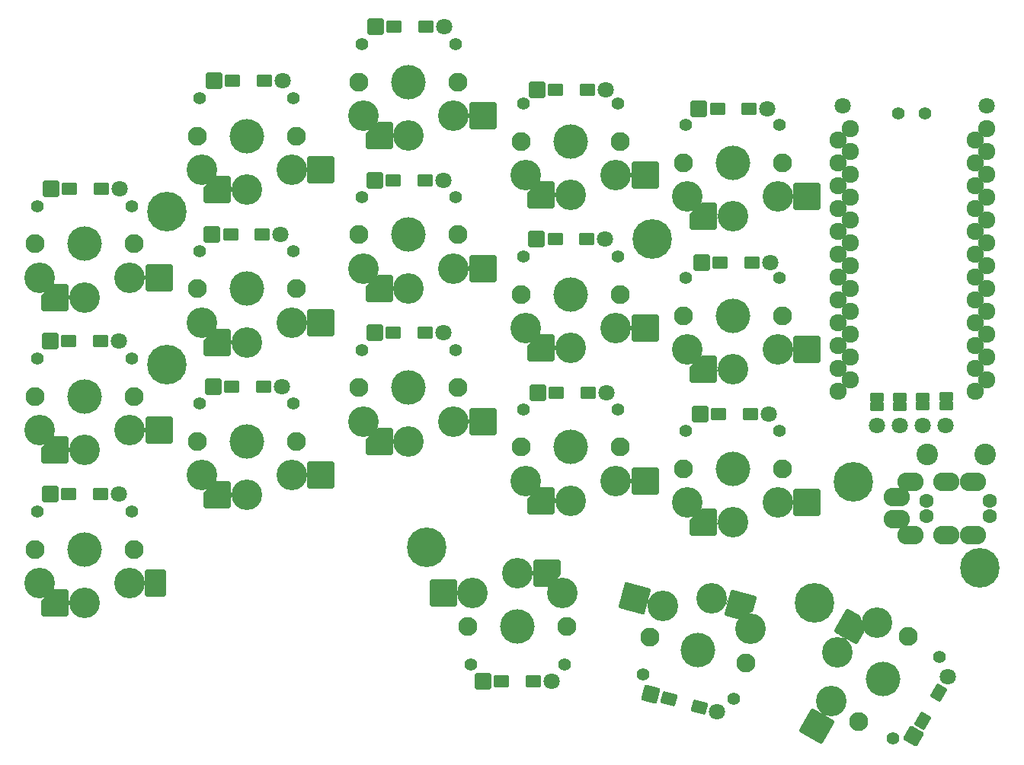
<source format=gts>
G04 #@! TF.GenerationSoftware,KiCad,Pcbnew,(6.0.10)*
G04 #@! TF.CreationDate,2023-01-07T12:45:19+01:00*
G04 #@! TF.ProjectId,chocofi,63686f63-6f66-4692-9e6b-696361645f70,2.1*
G04 #@! TF.SameCoordinates,Original*
G04 #@! TF.FileFunction,Soldermask,Top*
G04 #@! TF.FilePolarity,Negative*
%FSLAX46Y46*%
G04 Gerber Fmt 4.6, Leading zero omitted, Abs format (unit mm)*
G04 Created by KiCad (PCBNEW (6.0.10)) date 2023-01-07 12:45:19*
%MOMM*%
%LPD*%
G01*
G04 APERTURE LIST*
G04 Aperture macros list*
%AMRoundRect*
0 Rectangle with rounded corners*
0 $1 Rounding radius*
0 $2 $3 $4 $5 $6 $7 $8 $9 X,Y pos of 4 corners*
0 Add a 4 corners polygon primitive as box body*
4,1,4,$2,$3,$4,$5,$6,$7,$8,$9,$2,$3,0*
0 Add four circle primitives for the rounded corners*
1,1,$1+$1,$2,$3*
1,1,$1+$1,$4,$5*
1,1,$1+$1,$6,$7*
1,1,$1+$1,$8,$9*
0 Add four rect primitives between the rounded corners*
20,1,$1+$1,$2,$3,$4,$5,0*
20,1,$1+$1,$4,$5,$6,$7,0*
20,1,$1+$1,$6,$7,$8,$9,0*
20,1,$1+$1,$8,$9,$2,$3,0*%
%AMFreePoly0*
4,1,22,1.386777,1.480194,1.456366,1.424698,1.494986,1.344504,1.500000,1.300000,1.500000,-1.300000,1.480194,-1.386777,1.424698,-1.456366,1.344504,-1.494986,1.300000,-1.500000,-1.300000,-1.500000,-1.386777,-1.480194,-1.456366,-1.424698,-1.494986,-1.344504,-1.500000,-1.300000,-1.500000,0.130000,-1.480194,0.216777,-1.441421,0.271421,-0.271421,1.441421,-0.196056,1.488777,-0.130000,1.500000,
1.300000,1.500000,1.386777,1.480194,1.386777,1.480194,$1*%
G04 Aperture macros list end*
%ADD10C,1.797000*%
%ADD11C,1.400000*%
%ADD12RoundRect,0.200000X-0.698500X-0.698500X0.698500X-0.698500X0.698500X0.698500X-0.698500X0.698500X0*%
%ADD13RoundRect,0.200000X-0.650000X-0.475000X0.650000X-0.475000X0.650000X0.475000X-0.650000X0.475000X0*%
%ADD14RoundRect,0.200000X-0.750791X-0.290582X0.504913X-0.627047X0.750791X0.290582X-0.504913X0.627047X0*%
%ADD15RoundRect,0.200000X-0.855484X-0.493914X0.493914X-0.855484X0.855484X0.493914X-0.493914X0.855484X0*%
%ADD16RoundRect,0.200000X0.255669X-0.954169X0.954169X0.255669X-0.255669X0.954169X-0.954169X-0.255669X0*%
%ADD17RoundRect,0.200000X0.086362X-0.800417X0.736362X0.325417X-0.086362X0.800417X-0.736362X-0.325417X0*%
%ADD18C,1.600000*%
%ADD19O,2.900000X2.100000*%
%ADD20C,2.101800*%
%ADD21C,3.829000*%
%ADD22C,3.400000*%
%ADD23C,1.390600*%
%ADD24FreePoly0,0.000000*%
%ADD25RoundRect,0.200000X-1.300000X-1.300000X1.300000X-1.300000X1.300000X1.300000X-1.300000X1.300000X0*%
%ADD26RoundRect,0.200000X-0.950000X-1.300000X0.950000X-1.300000X0.950000X1.300000X-0.950000X1.300000X0*%
%ADD27FreePoly0,180.000000*%
%ADD28RoundRect,0.200000X1.300000X1.300000X-1.300000X1.300000X-1.300000X-1.300000X1.300000X-1.300000X0*%
%ADD29FreePoly0,165.000000*%
%ADD30RoundRect,0.200000X1.592168X0.919239X-0.919239X1.592168X-1.592168X-0.919239X0.919239X-1.592168X0*%
%ADD31FreePoly0,240.000000*%
%ADD32RoundRect,0.200000X-0.475833X1.775833X-1.775833X-0.475833X0.475833X-1.775833X1.775833X0.475833X0*%
%ADD33C,1.924000*%
%ADD34RoundRect,0.200000X-0.571500X0.317500X-0.571500X-0.317500X0.571500X-0.317500X0.571500X0.317500X0*%
%ADD35C,2.400000*%
%ADD36C,4.400000*%
G04 APERTURE END LIST*
D10*
X170180000Y-55060400D03*
X186130000Y-55060400D03*
D11*
X179300000Y-55880000D03*
X176300000Y-55880000D03*
D12*
X82194400Y-64312800D03*
D13*
X84229400Y-64312800D03*
D10*
X89814400Y-64312800D03*
D13*
X87779400Y-64312800D03*
D12*
X100279200Y-52273200D03*
D13*
X102314200Y-52273200D03*
X105864200Y-52273200D03*
D10*
X107899200Y-52273200D03*
D12*
X118262400Y-46228000D03*
D13*
X120297400Y-46228000D03*
D10*
X125882400Y-46228000D03*
D13*
X123847400Y-46228000D03*
X138229800Y-53289200D03*
D12*
X136194800Y-53289200D03*
D10*
X143814800Y-53289200D03*
D13*
X141779800Y-53289200D03*
X156213000Y-55422800D03*
D12*
X154178000Y-55422800D03*
D13*
X159763000Y-55422800D03*
D10*
X161798000Y-55422800D03*
D12*
X82092800Y-81229200D03*
D13*
X84127800Y-81229200D03*
D10*
X89712800Y-81229200D03*
D13*
X87677800Y-81229200D03*
D12*
X100076000Y-69342000D03*
D13*
X102111000Y-69342000D03*
D10*
X107696000Y-69342000D03*
D13*
X105661000Y-69342000D03*
D12*
X118160800Y-63347600D03*
D13*
X120195800Y-63347600D03*
X123745800Y-63347600D03*
D10*
X125780800Y-63347600D03*
D12*
X136144000Y-69900800D03*
D13*
X138179000Y-69900800D03*
D10*
X143764000Y-69900800D03*
D13*
X141729000Y-69900800D03*
D12*
X154482800Y-72491600D03*
D13*
X156517800Y-72491600D03*
D10*
X162102800Y-72491600D03*
D13*
X160067800Y-72491600D03*
D12*
X82092800Y-98247200D03*
D13*
X84127800Y-98247200D03*
D10*
X89712800Y-98247200D03*
D13*
X87677800Y-98247200D03*
D12*
X100177600Y-86309200D03*
D13*
X102212600Y-86309200D03*
X105762600Y-86309200D03*
D10*
X107797600Y-86309200D03*
D13*
X120195800Y-80314800D03*
D12*
X118160800Y-80314800D03*
D13*
X123745800Y-80314800D03*
D10*
X125780800Y-80314800D03*
D12*
X136245600Y-86969600D03*
D13*
X138280600Y-86969600D03*
X141830600Y-86969600D03*
D10*
X143865600Y-86969600D03*
D13*
X156314600Y-89357200D03*
D12*
X154279600Y-89357200D03*
D10*
X161899600Y-89357200D03*
D13*
X159864600Y-89357200D03*
D12*
X130149600Y-119075200D03*
D13*
X132184600Y-119075200D03*
X135734600Y-119075200D03*
D10*
X137769600Y-119075200D03*
D14*
X150799764Y-121001192D03*
D15*
X148834105Y-120474495D03*
D10*
X156194459Y-122446697D03*
D14*
X154228800Y-121920000D03*
D16*
X178053166Y-125194992D03*
D17*
X179070666Y-123432630D03*
X180845666Y-120358240D03*
D10*
X181863166Y-118595878D03*
D18*
X186460000Y-98961000D03*
X179460000Y-98961000D03*
X186460000Y-100711000D03*
X179460000Y-100711000D03*
D19*
X176160000Y-101061000D03*
X176160000Y-98611000D03*
X184660000Y-102811000D03*
X184660000Y-96861000D03*
X181660000Y-96861000D03*
X181660000Y-102811000D03*
X177660000Y-96861000D03*
X177660000Y-102811000D03*
D20*
X91410000Y-70400000D03*
D21*
X85910000Y-70400000D03*
D22*
X80910000Y-74150000D03*
D23*
X91130000Y-66200000D03*
D22*
X85910000Y-76350000D03*
D23*
X80690000Y-66200000D03*
D20*
X80410000Y-70400000D03*
D22*
X90910000Y-74150000D03*
D24*
X82635000Y-76350000D03*
D25*
X94185000Y-74150000D03*
D23*
X98690000Y-54200000D03*
D20*
X109410000Y-58400000D03*
D22*
X103910000Y-64350000D03*
D23*
X109130000Y-54200000D03*
D22*
X98910000Y-62150000D03*
D21*
X103910000Y-58400000D03*
D22*
X108910000Y-62150000D03*
D20*
X98410000Y-58400000D03*
D24*
X100635000Y-64350000D03*
D25*
X112185000Y-62150000D03*
D21*
X121910000Y-52400000D03*
D20*
X116410000Y-52400000D03*
D23*
X127130000Y-48200000D03*
D22*
X121910000Y-58350000D03*
X116910000Y-56150000D03*
D23*
X116690000Y-48200000D03*
D20*
X127410000Y-52400000D03*
D22*
X126910000Y-56150000D03*
D24*
X118635000Y-58350000D03*
D25*
X130185000Y-56150000D03*
D20*
X145410000Y-59020000D03*
D22*
X134910000Y-62770000D03*
X139910000Y-64970000D03*
D23*
X134690000Y-54820000D03*
D21*
X139910000Y-59020000D03*
D23*
X145130000Y-54820000D03*
D20*
X134410000Y-59020000D03*
D22*
X144910000Y-62770000D03*
D24*
X136635000Y-64970000D03*
D25*
X148185000Y-62770000D03*
D22*
X152910000Y-65150000D03*
X157910000Y-67350000D03*
D23*
X152690000Y-57200000D03*
D21*
X157910000Y-61400000D03*
D20*
X152410000Y-61400000D03*
X163410000Y-61400000D03*
D22*
X162910000Y-65150000D03*
D23*
X163130000Y-57200000D03*
D24*
X154635000Y-67350000D03*
D25*
X166185000Y-65150000D03*
D22*
X90910000Y-91150000D03*
D20*
X91410000Y-87400000D03*
X80410000Y-87400000D03*
D22*
X80910000Y-91150000D03*
D23*
X80690000Y-83200000D03*
D22*
X85910000Y-93350000D03*
D23*
X91130000Y-83200000D03*
D21*
X85910000Y-87400000D03*
D24*
X82635000Y-93350000D03*
D25*
X94185000Y-91150000D03*
D20*
X98410000Y-75400000D03*
D23*
X109130000Y-71200000D03*
D21*
X103910000Y-75400000D03*
D20*
X109410000Y-75400000D03*
D22*
X108910000Y-79150000D03*
X98910000Y-79150000D03*
X103910000Y-81350000D03*
D23*
X98690000Y-71200000D03*
D24*
X100635000Y-81350000D03*
D25*
X112185000Y-79150000D03*
D22*
X121910000Y-75350000D03*
D20*
X116410000Y-69400000D03*
D23*
X127130000Y-65200000D03*
D20*
X127410000Y-69400000D03*
D23*
X116690000Y-65200000D03*
D21*
X121910000Y-69400000D03*
D22*
X116910000Y-73150000D03*
X126910000Y-73150000D03*
D24*
X118635000Y-75350000D03*
D25*
X130185000Y-73150000D03*
D22*
X134910000Y-79770000D03*
D23*
X134690000Y-71820000D03*
D22*
X144910000Y-79770000D03*
X139910000Y-81970000D03*
D20*
X134410000Y-76020000D03*
D21*
X139910000Y-76020000D03*
D20*
X145410000Y-76020000D03*
D23*
X145130000Y-71820000D03*
D24*
X136635000Y-81970000D03*
D25*
X148185000Y-79770000D03*
D20*
X163410000Y-78400000D03*
D22*
X162910000Y-82150000D03*
D20*
X152410000Y-78400000D03*
D23*
X152690000Y-74200000D03*
X163130000Y-74200000D03*
D22*
X157910000Y-84350000D03*
D21*
X157910000Y-78400000D03*
D22*
X152910000Y-82150000D03*
D24*
X154635000Y-84350000D03*
D25*
X166185000Y-82150000D03*
D23*
X91130000Y-100200000D03*
X80690000Y-100200000D03*
D22*
X90910000Y-108150000D03*
D20*
X91410000Y-104400000D03*
X80410000Y-104400000D03*
D21*
X85910000Y-104400000D03*
D22*
X80910000Y-108150000D03*
X85910000Y-110350000D03*
D24*
X82635000Y-110350000D03*
D26*
X93810000Y-108150000D03*
D22*
X103910000Y-98350000D03*
X98910000Y-96150000D03*
D23*
X98690000Y-88200000D03*
D20*
X109410000Y-92400000D03*
D22*
X108910000Y-96150000D03*
D20*
X98410000Y-92400000D03*
D23*
X109130000Y-88200000D03*
D21*
X103910000Y-92400000D03*
D24*
X100635000Y-98350000D03*
D25*
X112185000Y-96150000D03*
D21*
X121910000Y-86400000D03*
D22*
X116910000Y-90150000D03*
D23*
X116690000Y-82200000D03*
D22*
X126910000Y-90150000D03*
D20*
X127410000Y-86400000D03*
D23*
X127130000Y-82200000D03*
D20*
X116410000Y-86400000D03*
D22*
X121910000Y-92350000D03*
D24*
X118635000Y-92350000D03*
D25*
X130185000Y-90150000D03*
D23*
X145130000Y-88825000D03*
X134690000Y-88825000D03*
D20*
X134410000Y-93025000D03*
D22*
X139910000Y-98975000D03*
D20*
X145410000Y-93025000D03*
D22*
X134910000Y-96775000D03*
D21*
X139910000Y-93025000D03*
D22*
X144910000Y-96775000D03*
D24*
X136635000Y-98975000D03*
D25*
X148185000Y-96775000D03*
D22*
X157910000Y-101350000D03*
D21*
X157910000Y-95400000D03*
D20*
X163410000Y-95400000D03*
D22*
X152910000Y-99150000D03*
D23*
X152690000Y-91200000D03*
D22*
X162910000Y-99150000D03*
D20*
X152410000Y-95400000D03*
D23*
X163130000Y-91200000D03*
D24*
X154635000Y-101350000D03*
D25*
X166185000Y-99150000D03*
D23*
X139230000Y-117190000D03*
D22*
X134010000Y-107040000D03*
D20*
X128510000Y-112990000D03*
D22*
X139010000Y-109240000D03*
D21*
X134010000Y-112990000D03*
D20*
X139510000Y-112990000D03*
D22*
X129010000Y-109240000D03*
D23*
X128790000Y-117190000D03*
D27*
X137285000Y-107040000D03*
D28*
X125735000Y-109240000D03*
D23*
X158015093Y-120987924D03*
D22*
X155599973Y-109832741D03*
X150200942Y-110663683D03*
D21*
X154060000Y-115580000D03*
D22*
X159860201Y-113251873D03*
D20*
X148747408Y-114156495D03*
D23*
X147930827Y-118285853D03*
D20*
X159372592Y-117003505D03*
D29*
X158763380Y-110680374D03*
D30*
X147037535Y-109816051D03*
D22*
X173912405Y-112584873D03*
X169507149Y-115815000D03*
D23*
X180907307Y-116369347D03*
D20*
X171910000Y-123553140D03*
X177410000Y-114026860D03*
D22*
X168912405Y-121245127D03*
D21*
X174660000Y-118790000D03*
D23*
X175687307Y-125410653D03*
D31*
X171144649Y-112978767D03*
D32*
X167274905Y-124081360D03*
D33*
X169620000Y-58870400D03*
X186166400Y-57600400D03*
X186166400Y-60140400D03*
X169620000Y-61410400D03*
X186166400Y-62680400D03*
X169620000Y-63950400D03*
X186166400Y-65220400D03*
X169620000Y-66490400D03*
X169620000Y-69030400D03*
X186166400Y-67760400D03*
X169620000Y-71570400D03*
X186166400Y-70300400D03*
X169620000Y-74110400D03*
X186166400Y-72840400D03*
X169620000Y-76650400D03*
X186166400Y-75380400D03*
X186166400Y-77920400D03*
X169620000Y-79190400D03*
X186166400Y-80460400D03*
X169620000Y-81730400D03*
X186166400Y-83000400D03*
X169620000Y-84270400D03*
X186166400Y-85540400D03*
X169620000Y-86810400D03*
X170946400Y-85540400D03*
X184860000Y-86810400D03*
X170946400Y-83000400D03*
X184860000Y-84270400D03*
X184860000Y-81730400D03*
X170946400Y-80460400D03*
X184860000Y-79190400D03*
X170946400Y-77920400D03*
X184860000Y-76650400D03*
X170946400Y-75380400D03*
X184860000Y-74110400D03*
X170946400Y-72840400D03*
X184860000Y-71570400D03*
X170946400Y-70300400D03*
X170946400Y-67760400D03*
X184860000Y-69030400D03*
X184860000Y-66490400D03*
X170946400Y-65220400D03*
X184860000Y-63950400D03*
X170946400Y-62680400D03*
X170946400Y-60140400D03*
X184860000Y-61410400D03*
X184860000Y-58870400D03*
X170946400Y-57600400D03*
D34*
X179070000Y-87448020D03*
X179070000Y-88448780D03*
D10*
X173930000Y-90608400D03*
X176470000Y-90608400D03*
X179010000Y-90608400D03*
X181550000Y-90608400D03*
D34*
X176470000Y-87468020D03*
X176470000Y-88468780D03*
X173930000Y-87498020D03*
X173930000Y-88498780D03*
X181640000Y-87438420D03*
X181640000Y-88439180D03*
D35*
X186003000Y-93853000D03*
X179503000Y-93853000D03*
D36*
X171323000Y-96901000D03*
X185420000Y-106426000D03*
X95000000Y-66802000D03*
X148971000Y-69850000D03*
X123952000Y-104140000D03*
X167005000Y-110363000D03*
X95000000Y-83820000D03*
G36*
X167783426Y-122640594D02*
G01*
X167820150Y-122645429D01*
X167849195Y-122623141D01*
X167853982Y-122586782D01*
X167835918Y-122560375D01*
X167835766Y-122558381D01*
X167837416Y-122557252D01*
X167838752Y-122557633D01*
X168012607Y-122685110D01*
X168235333Y-122802291D01*
X168300968Y-122825211D01*
X168302274Y-122826726D01*
X168301615Y-122828614D01*
X168300422Y-122829096D01*
X168263401Y-122831198D01*
X168239024Y-122858512D01*
X168241105Y-122895171D01*
X168260446Y-122916001D01*
X169147471Y-123428125D01*
X169147720Y-123428295D01*
X169147725Y-123428299D01*
X169148453Y-123430162D01*
X169147204Y-123431724D01*
X169145476Y-123431593D01*
X167370439Y-122406775D01*
X167369439Y-122405043D01*
X167370439Y-122403311D01*
X167372439Y-122403311D01*
X167783426Y-122640594D01*
G37*
G36*
X169274078Y-113628534D02*
G01*
X171068883Y-114664765D01*
X171069883Y-114666497D01*
X171068883Y-114668229D01*
X171066883Y-114668229D01*
X170643775Y-114423948D01*
X170607051Y-114419113D01*
X170578006Y-114441401D01*
X170573210Y-114477829D01*
X170586632Y-114500277D01*
X170586662Y-114502276D01*
X170584946Y-114503303D01*
X170583545Y-114502760D01*
X170575731Y-114495410D01*
X170368950Y-114351960D01*
X170143228Y-114240646D01*
X170111453Y-114230475D01*
X170110109Y-114228994D01*
X170110718Y-114227090D01*
X170111897Y-114226577D01*
X170148849Y-114223507D01*
X170172504Y-114195565D01*
X170169462Y-114158958D01*
X170150696Y-114139269D01*
X169272083Y-113632002D01*
X169271834Y-113631832D01*
X169271829Y-113631828D01*
X169271101Y-113629965D01*
X169272350Y-113628403D01*
X169274078Y-113628534D01*
G37*
G36*
X84136848Y-110061130D02*
G01*
X84151174Y-110095717D01*
X84184998Y-110109727D01*
X84218876Y-110095695D01*
X84232764Y-110066412D01*
X84234410Y-110065276D01*
X84236217Y-110066133D01*
X84236561Y-110067469D01*
X84212588Y-110305550D01*
X84224663Y-110556933D01*
X84235800Y-110612923D01*
X84235157Y-110614817D01*
X84233195Y-110615207D01*
X84232175Y-110614424D01*
X84211575Y-110583592D01*
X84175667Y-110576450D01*
X84145132Y-110596852D01*
X84136914Y-110623946D01*
X84135454Y-110625313D01*
X84133540Y-110624732D01*
X84133000Y-110623365D01*
X84133000Y-110061895D01*
X84134000Y-110060163D01*
X84136000Y-110060163D01*
X84136848Y-110061130D01*
G37*
G36*
X157392024Y-110006652D02*
G01*
X157392542Y-110008584D01*
X157247805Y-110548751D01*
X157246391Y-110550165D01*
X157244459Y-110549647D01*
X157243890Y-110548494D01*
X157239003Y-110511375D01*
X157209958Y-110489088D01*
X157173568Y-110493879D01*
X157153774Y-110515766D01*
X157151871Y-110516379D01*
X157150388Y-110515038D01*
X157150467Y-110513603D01*
X157195566Y-110413488D01*
X157263880Y-110171265D01*
X157283690Y-110015541D01*
X157284901Y-110013949D01*
X157286885Y-110014201D01*
X157287604Y-110015267D01*
X157297357Y-110051042D01*
X157329141Y-110069207D01*
X157364539Y-110059557D01*
X157381627Y-110033863D01*
X157388678Y-110007548D01*
X157390092Y-110006134D01*
X157392024Y-110006652D01*
G37*
G36*
X148556821Y-109945416D02*
G01*
X148557390Y-109946569D01*
X148562277Y-109983688D01*
X148591322Y-110005975D01*
X148627697Y-110001186D01*
X148648026Y-109978107D01*
X148649921Y-109977468D01*
X148651422Y-109978790D01*
X148651371Y-109980202D01*
X148590693Y-110124901D01*
X148528744Y-110368826D01*
X148517733Y-110478179D01*
X148516564Y-110479803D01*
X148514574Y-110479602D01*
X148513828Y-110478555D01*
X148503142Y-110443046D01*
X148470890Y-110425718D01*
X148435745Y-110436295D01*
X148419485Y-110461455D01*
X148417705Y-110462366D01*
X148416025Y-110461281D01*
X148415873Y-110459851D01*
X148553475Y-109946312D01*
X148554889Y-109944898D01*
X148556821Y-109945416D01*
G37*
G36*
X127236848Y-108951130D02*
G01*
X127251174Y-108985717D01*
X127284998Y-108999727D01*
X127318876Y-108985695D01*
X127332764Y-108956412D01*
X127334410Y-108955276D01*
X127336217Y-108956133D01*
X127336561Y-108957469D01*
X127312588Y-109195550D01*
X127324663Y-109446933D01*
X127335800Y-109502923D01*
X127335157Y-109504817D01*
X127333195Y-109505207D01*
X127332175Y-109504424D01*
X127311575Y-109473592D01*
X127275667Y-109466450D01*
X127245132Y-109486852D01*
X127236914Y-109513946D01*
X127235454Y-109515313D01*
X127233540Y-109514732D01*
X127233000Y-109513365D01*
X127233000Y-108951895D01*
X127234000Y-108950163D01*
X127236000Y-108950163D01*
X127236848Y-108951130D01*
G37*
G36*
X92661442Y-107753941D02*
G01*
X92662000Y-107755327D01*
X92662000Y-108551601D01*
X92661000Y-108553333D01*
X92659000Y-108553333D01*
X92658152Y-108552366D01*
X92643826Y-108517779D01*
X92610002Y-108503769D01*
X92576032Y-108517839D01*
X92563880Y-108538573D01*
X92562142Y-108539562D01*
X92560416Y-108538551D01*
X92560230Y-108537019D01*
X92573907Y-108488524D01*
X92605674Y-108238816D01*
X92607998Y-108150056D01*
X92589343Y-107899019D01*
X92559492Y-107767097D01*
X92560085Y-107765187D01*
X92562036Y-107764746D01*
X92563076Y-107765502D01*
X92584476Y-107795782D01*
X92620559Y-107801982D01*
X92650561Y-107780778D01*
X92658079Y-107754772D01*
X92659520Y-107753385D01*
X92661442Y-107753941D01*
G37*
G36*
X135786442Y-106754424D02*
G01*
X135787000Y-106755810D01*
X135787000Y-107309229D01*
X135786000Y-107310961D01*
X135784000Y-107310961D01*
X135783152Y-107309994D01*
X135768826Y-107275407D01*
X135735002Y-107261397D01*
X135701111Y-107275435D01*
X135687385Y-107303422D01*
X135685724Y-107304536D01*
X135683928Y-107303656D01*
X135683605Y-107302289D01*
X135705674Y-107128816D01*
X135707998Y-107040056D01*
X135689343Y-106789019D01*
X135684492Y-106767580D01*
X135685085Y-106765670D01*
X135687036Y-106765229D01*
X135688076Y-106765985D01*
X135709476Y-106796265D01*
X135745559Y-106802465D01*
X135775561Y-106781261D01*
X135783079Y-106755255D01*
X135784520Y-106753868D01*
X135786442Y-106754424D01*
G37*
G36*
X156136848Y-101061130D02*
G01*
X156151174Y-101095717D01*
X156184998Y-101109727D01*
X156218876Y-101095695D01*
X156232764Y-101066412D01*
X156234410Y-101065276D01*
X156236217Y-101066133D01*
X156236561Y-101067469D01*
X156212588Y-101305550D01*
X156224663Y-101556933D01*
X156235800Y-101612923D01*
X156235157Y-101614817D01*
X156233195Y-101615207D01*
X156232175Y-101614424D01*
X156211575Y-101583592D01*
X156175667Y-101576450D01*
X156145132Y-101596852D01*
X156136914Y-101623946D01*
X156135454Y-101625313D01*
X156133540Y-101624732D01*
X156133000Y-101623365D01*
X156133000Y-101061895D01*
X156134000Y-101060163D01*
X156136000Y-101060163D01*
X156136848Y-101061130D01*
G37*
G36*
X164686442Y-98864424D02*
G01*
X164687000Y-98865810D01*
X164687000Y-99419229D01*
X164686000Y-99420961D01*
X164684000Y-99420961D01*
X164683152Y-99419994D01*
X164668826Y-99385407D01*
X164635002Y-99371397D01*
X164601111Y-99385435D01*
X164587385Y-99413422D01*
X164585724Y-99414536D01*
X164583928Y-99413656D01*
X164583605Y-99412289D01*
X164605674Y-99238816D01*
X164607998Y-99150056D01*
X164589343Y-98899019D01*
X164584492Y-98877580D01*
X164585085Y-98875670D01*
X164587036Y-98875229D01*
X164588076Y-98875985D01*
X164609476Y-98906265D01*
X164645559Y-98912465D01*
X164675561Y-98891261D01*
X164683079Y-98865255D01*
X164684520Y-98863868D01*
X164686442Y-98864424D01*
G37*
G36*
X138136848Y-98686130D02*
G01*
X138151174Y-98720717D01*
X138184998Y-98734727D01*
X138218876Y-98720695D01*
X138232764Y-98691412D01*
X138234410Y-98690276D01*
X138236217Y-98691133D01*
X138236561Y-98692469D01*
X138212588Y-98930550D01*
X138224663Y-99181933D01*
X138235800Y-99237923D01*
X138235157Y-99239817D01*
X138233195Y-99240207D01*
X138232175Y-99239424D01*
X138211575Y-99208592D01*
X138175667Y-99201450D01*
X138145132Y-99221852D01*
X138136914Y-99248946D01*
X138135454Y-99250313D01*
X138133540Y-99249732D01*
X138133000Y-99248365D01*
X138133000Y-98686895D01*
X138134000Y-98685163D01*
X138136000Y-98685163D01*
X138136848Y-98686130D01*
G37*
G36*
X102136848Y-98061130D02*
G01*
X102151174Y-98095717D01*
X102184998Y-98109727D01*
X102218876Y-98095695D01*
X102232764Y-98066412D01*
X102234410Y-98065276D01*
X102236217Y-98066133D01*
X102236561Y-98067469D01*
X102212588Y-98305550D01*
X102224663Y-98556933D01*
X102235800Y-98612923D01*
X102235157Y-98614817D01*
X102233195Y-98615207D01*
X102232175Y-98614424D01*
X102211575Y-98583592D01*
X102175667Y-98576450D01*
X102145132Y-98596852D01*
X102136914Y-98623946D01*
X102135454Y-98625313D01*
X102133540Y-98624732D01*
X102133000Y-98623365D01*
X102133000Y-98061895D01*
X102134000Y-98060163D01*
X102136000Y-98060163D01*
X102136848Y-98061130D01*
G37*
G36*
X146686442Y-96489424D02*
G01*
X146687000Y-96490810D01*
X146687000Y-97044229D01*
X146686000Y-97045961D01*
X146684000Y-97045961D01*
X146683152Y-97044994D01*
X146668826Y-97010407D01*
X146635002Y-96996397D01*
X146601111Y-97010435D01*
X146587385Y-97038422D01*
X146585724Y-97039536D01*
X146583928Y-97038656D01*
X146583605Y-97037289D01*
X146605674Y-96863816D01*
X146607998Y-96775056D01*
X146589343Y-96524019D01*
X146584492Y-96502580D01*
X146585085Y-96500670D01*
X146587036Y-96500229D01*
X146588076Y-96500985D01*
X146609476Y-96531265D01*
X146645559Y-96537465D01*
X146675561Y-96516261D01*
X146683079Y-96490255D01*
X146684520Y-96488868D01*
X146686442Y-96489424D01*
G37*
G36*
X110686442Y-95864424D02*
G01*
X110687000Y-95865810D01*
X110687000Y-96419229D01*
X110686000Y-96420961D01*
X110684000Y-96420961D01*
X110683152Y-96419994D01*
X110668826Y-96385407D01*
X110635002Y-96371397D01*
X110601111Y-96385435D01*
X110587385Y-96413422D01*
X110585724Y-96414536D01*
X110583928Y-96413656D01*
X110583605Y-96412289D01*
X110605674Y-96238816D01*
X110607998Y-96150056D01*
X110589343Y-95899019D01*
X110584492Y-95877580D01*
X110585085Y-95875670D01*
X110587036Y-95875229D01*
X110588076Y-95875985D01*
X110609476Y-95906265D01*
X110645559Y-95912465D01*
X110675561Y-95891261D01*
X110683079Y-95865255D01*
X110684520Y-95863868D01*
X110686442Y-95864424D01*
G37*
G36*
X84136848Y-93061130D02*
G01*
X84151174Y-93095717D01*
X84184998Y-93109727D01*
X84218876Y-93095695D01*
X84232764Y-93066412D01*
X84234410Y-93065276D01*
X84236217Y-93066133D01*
X84236561Y-93067469D01*
X84212588Y-93305550D01*
X84224663Y-93556933D01*
X84235800Y-93612923D01*
X84235157Y-93614817D01*
X84233195Y-93615207D01*
X84232175Y-93614424D01*
X84211575Y-93583592D01*
X84175667Y-93576450D01*
X84145132Y-93596852D01*
X84136914Y-93623946D01*
X84135454Y-93625313D01*
X84133540Y-93624732D01*
X84133000Y-93623365D01*
X84133000Y-93061895D01*
X84134000Y-93060163D01*
X84136000Y-93060163D01*
X84136848Y-93061130D01*
G37*
G36*
X120136848Y-92061130D02*
G01*
X120151174Y-92095717D01*
X120184998Y-92109727D01*
X120218876Y-92095695D01*
X120232764Y-92066412D01*
X120234410Y-92065276D01*
X120236217Y-92066133D01*
X120236561Y-92067469D01*
X120212588Y-92305550D01*
X120224663Y-92556933D01*
X120235800Y-92612923D01*
X120235157Y-92614817D01*
X120233195Y-92615207D01*
X120232175Y-92614424D01*
X120211575Y-92583592D01*
X120175667Y-92576450D01*
X120145132Y-92596852D01*
X120136914Y-92623946D01*
X120135454Y-92625313D01*
X120133540Y-92624732D01*
X120133000Y-92623365D01*
X120133000Y-92061895D01*
X120134000Y-92060163D01*
X120136000Y-92060163D01*
X120136848Y-92061130D01*
G37*
G36*
X92686442Y-90864424D02*
G01*
X92687000Y-90865810D01*
X92687000Y-91419229D01*
X92686000Y-91420961D01*
X92684000Y-91420961D01*
X92683152Y-91419994D01*
X92668826Y-91385407D01*
X92635002Y-91371397D01*
X92601111Y-91385435D01*
X92587385Y-91413422D01*
X92585724Y-91414536D01*
X92583928Y-91413656D01*
X92583605Y-91412289D01*
X92605674Y-91238816D01*
X92607998Y-91150056D01*
X92589343Y-90899019D01*
X92584492Y-90877580D01*
X92585085Y-90875670D01*
X92587036Y-90875229D01*
X92588076Y-90875985D01*
X92609476Y-90906265D01*
X92645559Y-90912465D01*
X92675561Y-90891261D01*
X92683079Y-90865255D01*
X92684520Y-90863868D01*
X92686442Y-90864424D01*
G37*
G36*
X128686442Y-89864424D02*
G01*
X128687000Y-89865810D01*
X128687000Y-90419229D01*
X128686000Y-90420961D01*
X128684000Y-90420961D01*
X128683152Y-90419994D01*
X128668826Y-90385407D01*
X128635002Y-90371397D01*
X128601111Y-90385435D01*
X128587385Y-90413422D01*
X128585724Y-90414536D01*
X128583928Y-90413656D01*
X128583605Y-90412289D01*
X128605674Y-90238816D01*
X128607998Y-90150056D01*
X128589343Y-89899019D01*
X128584492Y-89877580D01*
X128585085Y-89875670D01*
X128587036Y-89875229D01*
X128588076Y-89875985D01*
X128609476Y-89906265D01*
X128645559Y-89912465D01*
X128675561Y-89891261D01*
X128683079Y-89865255D01*
X128684520Y-89863868D01*
X128686442Y-89864424D01*
G37*
G36*
X156136848Y-84061130D02*
G01*
X156151174Y-84095717D01*
X156184998Y-84109727D01*
X156218876Y-84095695D01*
X156232764Y-84066412D01*
X156234410Y-84065276D01*
X156236217Y-84066133D01*
X156236561Y-84067469D01*
X156212588Y-84305550D01*
X156224663Y-84556933D01*
X156235800Y-84612923D01*
X156235157Y-84614817D01*
X156233195Y-84615207D01*
X156232175Y-84614424D01*
X156211575Y-84583592D01*
X156175667Y-84576450D01*
X156145132Y-84596852D01*
X156136914Y-84623946D01*
X156135454Y-84625313D01*
X156133540Y-84624732D01*
X156133000Y-84623365D01*
X156133000Y-84061895D01*
X156134000Y-84060163D01*
X156136000Y-84060163D01*
X156136848Y-84061130D01*
G37*
G36*
X164686442Y-81864424D02*
G01*
X164687000Y-81865810D01*
X164687000Y-82419229D01*
X164686000Y-82420961D01*
X164684000Y-82420961D01*
X164683152Y-82419994D01*
X164668826Y-82385407D01*
X164635002Y-82371397D01*
X164601111Y-82385435D01*
X164587385Y-82413422D01*
X164585724Y-82414536D01*
X164583928Y-82413656D01*
X164583605Y-82412289D01*
X164605674Y-82238816D01*
X164607998Y-82150056D01*
X164589343Y-81899019D01*
X164584492Y-81877580D01*
X164585085Y-81875670D01*
X164587036Y-81875229D01*
X164588076Y-81875985D01*
X164609476Y-81906265D01*
X164645559Y-81912465D01*
X164675561Y-81891261D01*
X164683079Y-81865255D01*
X164684520Y-81863868D01*
X164686442Y-81864424D01*
G37*
G36*
X138136848Y-81681130D02*
G01*
X138151174Y-81715717D01*
X138184998Y-81729727D01*
X138218876Y-81715695D01*
X138232764Y-81686412D01*
X138234410Y-81685276D01*
X138236217Y-81686133D01*
X138236561Y-81687469D01*
X138212588Y-81925550D01*
X138224663Y-82176933D01*
X138235800Y-82232923D01*
X138235157Y-82234817D01*
X138233195Y-82235207D01*
X138232175Y-82234424D01*
X138211575Y-82203592D01*
X138175667Y-82196450D01*
X138145132Y-82216852D01*
X138136914Y-82243946D01*
X138135454Y-82245313D01*
X138133540Y-82244732D01*
X138133000Y-82243365D01*
X138133000Y-81681895D01*
X138134000Y-81680163D01*
X138136000Y-81680163D01*
X138136848Y-81681130D01*
G37*
G36*
X102136848Y-81061130D02*
G01*
X102151174Y-81095717D01*
X102184998Y-81109727D01*
X102218876Y-81095695D01*
X102232764Y-81066412D01*
X102234410Y-81065276D01*
X102236217Y-81066133D01*
X102236561Y-81067469D01*
X102212588Y-81305550D01*
X102224663Y-81556933D01*
X102235800Y-81612923D01*
X102235157Y-81614817D01*
X102233195Y-81615207D01*
X102232175Y-81614424D01*
X102211575Y-81583592D01*
X102175667Y-81576450D01*
X102145132Y-81596852D01*
X102136914Y-81623946D01*
X102135454Y-81625313D01*
X102133540Y-81624732D01*
X102133000Y-81623365D01*
X102133000Y-81061895D01*
X102134000Y-81060163D01*
X102136000Y-81060163D01*
X102136848Y-81061130D01*
G37*
G36*
X146686442Y-79484424D02*
G01*
X146687000Y-79485810D01*
X146687000Y-80039229D01*
X146686000Y-80040961D01*
X146684000Y-80040961D01*
X146683152Y-80039994D01*
X146668826Y-80005407D01*
X146635002Y-79991397D01*
X146601111Y-80005435D01*
X146587385Y-80033422D01*
X146585724Y-80034536D01*
X146583928Y-80033656D01*
X146583605Y-80032289D01*
X146605674Y-79858816D01*
X146607998Y-79770056D01*
X146589343Y-79519019D01*
X146584492Y-79497580D01*
X146585085Y-79495670D01*
X146587036Y-79495229D01*
X146588076Y-79495985D01*
X146609476Y-79526265D01*
X146645559Y-79532465D01*
X146675561Y-79511261D01*
X146683079Y-79485255D01*
X146684520Y-79483868D01*
X146686442Y-79484424D01*
G37*
G36*
X110686442Y-78864424D02*
G01*
X110687000Y-78865810D01*
X110687000Y-79419229D01*
X110686000Y-79420961D01*
X110684000Y-79420961D01*
X110683152Y-79419994D01*
X110668826Y-79385407D01*
X110635002Y-79371397D01*
X110601111Y-79385435D01*
X110587385Y-79413422D01*
X110585724Y-79414536D01*
X110583928Y-79413656D01*
X110583605Y-79412289D01*
X110605674Y-79238816D01*
X110607998Y-79150056D01*
X110589343Y-78899019D01*
X110584492Y-78877580D01*
X110585085Y-78875670D01*
X110587036Y-78875229D01*
X110588076Y-78875985D01*
X110609476Y-78906265D01*
X110645559Y-78912465D01*
X110675561Y-78891261D01*
X110683079Y-78865255D01*
X110684520Y-78863868D01*
X110686442Y-78864424D01*
G37*
G36*
X84136848Y-76061130D02*
G01*
X84151174Y-76095717D01*
X84184998Y-76109727D01*
X84218876Y-76095695D01*
X84232764Y-76066412D01*
X84234410Y-76065276D01*
X84236217Y-76066133D01*
X84236561Y-76067469D01*
X84212588Y-76305550D01*
X84224663Y-76556933D01*
X84235800Y-76612923D01*
X84235157Y-76614817D01*
X84233195Y-76615207D01*
X84232175Y-76614424D01*
X84211575Y-76583592D01*
X84175667Y-76576450D01*
X84145132Y-76596852D01*
X84136914Y-76623946D01*
X84135454Y-76625313D01*
X84133540Y-76624732D01*
X84133000Y-76623365D01*
X84133000Y-76061895D01*
X84134000Y-76060163D01*
X84136000Y-76060163D01*
X84136848Y-76061130D01*
G37*
G36*
X120136848Y-75061130D02*
G01*
X120151174Y-75095717D01*
X120184998Y-75109727D01*
X120218876Y-75095695D01*
X120232764Y-75066412D01*
X120234410Y-75065276D01*
X120236217Y-75066133D01*
X120236561Y-75067469D01*
X120212588Y-75305550D01*
X120224663Y-75556933D01*
X120235800Y-75612923D01*
X120235157Y-75614817D01*
X120233195Y-75615207D01*
X120232175Y-75614424D01*
X120211575Y-75583592D01*
X120175667Y-75576450D01*
X120145132Y-75596852D01*
X120136914Y-75623946D01*
X120135454Y-75625313D01*
X120133540Y-75624732D01*
X120133000Y-75623365D01*
X120133000Y-75061895D01*
X120134000Y-75060163D01*
X120136000Y-75060163D01*
X120136848Y-75061130D01*
G37*
G36*
X92686442Y-73864424D02*
G01*
X92687000Y-73865810D01*
X92687000Y-74419229D01*
X92686000Y-74420961D01*
X92684000Y-74420961D01*
X92683152Y-74419994D01*
X92668826Y-74385407D01*
X92635002Y-74371397D01*
X92601111Y-74385435D01*
X92587385Y-74413422D01*
X92585724Y-74414536D01*
X92583928Y-74413656D01*
X92583605Y-74412289D01*
X92605674Y-74238816D01*
X92607998Y-74150056D01*
X92589343Y-73899019D01*
X92584492Y-73877580D01*
X92585085Y-73875670D01*
X92587036Y-73875229D01*
X92588076Y-73875985D01*
X92609476Y-73906265D01*
X92645559Y-73912465D01*
X92675561Y-73891261D01*
X92683079Y-73865255D01*
X92684520Y-73863868D01*
X92686442Y-73864424D01*
G37*
G36*
X128686442Y-72864424D02*
G01*
X128687000Y-72865810D01*
X128687000Y-73419229D01*
X128686000Y-73420961D01*
X128684000Y-73420961D01*
X128683152Y-73419994D01*
X128668826Y-73385407D01*
X128635002Y-73371397D01*
X128601111Y-73385435D01*
X128587385Y-73413422D01*
X128585724Y-73414536D01*
X128583928Y-73413656D01*
X128583605Y-73412289D01*
X128605674Y-73238816D01*
X128607998Y-73150056D01*
X128589343Y-72899019D01*
X128584492Y-72877580D01*
X128585085Y-72875670D01*
X128587036Y-72875229D01*
X128588076Y-72875985D01*
X128609476Y-72906265D01*
X128645559Y-72912465D01*
X128675561Y-72891261D01*
X128683079Y-72865255D01*
X128684520Y-72863868D01*
X128686442Y-72864424D01*
G37*
G36*
X156136848Y-67061130D02*
G01*
X156151174Y-67095717D01*
X156184998Y-67109727D01*
X156218876Y-67095695D01*
X156232764Y-67066412D01*
X156234410Y-67065276D01*
X156236217Y-67066133D01*
X156236561Y-67067469D01*
X156212588Y-67305550D01*
X156224663Y-67556933D01*
X156235800Y-67612923D01*
X156235157Y-67614817D01*
X156233195Y-67615207D01*
X156232175Y-67614424D01*
X156211575Y-67583592D01*
X156175667Y-67576450D01*
X156145132Y-67596852D01*
X156136914Y-67623946D01*
X156135454Y-67625313D01*
X156133540Y-67624732D01*
X156133000Y-67623365D01*
X156133000Y-67061895D01*
X156134000Y-67060163D01*
X156136000Y-67060163D01*
X156136848Y-67061130D01*
G37*
G36*
X164686442Y-64864424D02*
G01*
X164687000Y-64865810D01*
X164687000Y-65419229D01*
X164686000Y-65420961D01*
X164684000Y-65420961D01*
X164683152Y-65419994D01*
X164668826Y-65385407D01*
X164635002Y-65371397D01*
X164601111Y-65385435D01*
X164587385Y-65413422D01*
X164585724Y-65414536D01*
X164583928Y-65413656D01*
X164583605Y-65412289D01*
X164605674Y-65238816D01*
X164607998Y-65150056D01*
X164589343Y-64899019D01*
X164584492Y-64877580D01*
X164585085Y-64875670D01*
X164587036Y-64875229D01*
X164588076Y-64875985D01*
X164609476Y-64906265D01*
X164645559Y-64912465D01*
X164675561Y-64891261D01*
X164683079Y-64865255D01*
X164684520Y-64863868D01*
X164686442Y-64864424D01*
G37*
G36*
X138136848Y-64681130D02*
G01*
X138151174Y-64715717D01*
X138184998Y-64729727D01*
X138218876Y-64715695D01*
X138232764Y-64686412D01*
X138234410Y-64685276D01*
X138236217Y-64686133D01*
X138236561Y-64687469D01*
X138212588Y-64925550D01*
X138224663Y-65176933D01*
X138235800Y-65232923D01*
X138235157Y-65234817D01*
X138233195Y-65235207D01*
X138232175Y-65234424D01*
X138211575Y-65203592D01*
X138175667Y-65196450D01*
X138145132Y-65216852D01*
X138136914Y-65243946D01*
X138135454Y-65245313D01*
X138133540Y-65244732D01*
X138133000Y-65243365D01*
X138133000Y-64681895D01*
X138134000Y-64680163D01*
X138136000Y-64680163D01*
X138136848Y-64681130D01*
G37*
G36*
X102136848Y-64061130D02*
G01*
X102151174Y-64095717D01*
X102184998Y-64109727D01*
X102218876Y-64095695D01*
X102232764Y-64066412D01*
X102234410Y-64065276D01*
X102236217Y-64066133D01*
X102236561Y-64067469D01*
X102212588Y-64305550D01*
X102224663Y-64556933D01*
X102235800Y-64612923D01*
X102235157Y-64614817D01*
X102233195Y-64615207D01*
X102232175Y-64614424D01*
X102211575Y-64583592D01*
X102175667Y-64576450D01*
X102145132Y-64596852D01*
X102136914Y-64623946D01*
X102135454Y-64625313D01*
X102133540Y-64624732D01*
X102133000Y-64623365D01*
X102133000Y-64061895D01*
X102134000Y-64060163D01*
X102136000Y-64060163D01*
X102136848Y-64061130D01*
G37*
G36*
X146686442Y-62484424D02*
G01*
X146687000Y-62485810D01*
X146687000Y-63039229D01*
X146686000Y-63040961D01*
X146684000Y-63040961D01*
X146683152Y-63039994D01*
X146668826Y-63005407D01*
X146635002Y-62991397D01*
X146601111Y-63005435D01*
X146587385Y-63033422D01*
X146585724Y-63034536D01*
X146583928Y-63033656D01*
X146583605Y-63032289D01*
X146605674Y-62858816D01*
X146607998Y-62770056D01*
X146589343Y-62519019D01*
X146584492Y-62497580D01*
X146585085Y-62495670D01*
X146587036Y-62495229D01*
X146588076Y-62495985D01*
X146609476Y-62526265D01*
X146645559Y-62532465D01*
X146675561Y-62511261D01*
X146683079Y-62485255D01*
X146684520Y-62483868D01*
X146686442Y-62484424D01*
G37*
G36*
X110686442Y-61864424D02*
G01*
X110687000Y-61865810D01*
X110687000Y-62419229D01*
X110686000Y-62420961D01*
X110684000Y-62420961D01*
X110683152Y-62419994D01*
X110668826Y-62385407D01*
X110635002Y-62371397D01*
X110601111Y-62385435D01*
X110587385Y-62413422D01*
X110585724Y-62414536D01*
X110583928Y-62413656D01*
X110583605Y-62412289D01*
X110605674Y-62238816D01*
X110607998Y-62150056D01*
X110589343Y-61899019D01*
X110584492Y-61877580D01*
X110585085Y-61875670D01*
X110587036Y-61875229D01*
X110588076Y-61875985D01*
X110609476Y-61906265D01*
X110645559Y-61912465D01*
X110675561Y-61891261D01*
X110683079Y-61865255D01*
X110684520Y-61863868D01*
X110686442Y-61864424D01*
G37*
G36*
X120136848Y-58061130D02*
G01*
X120151174Y-58095717D01*
X120184998Y-58109727D01*
X120218876Y-58095695D01*
X120232764Y-58066412D01*
X120234410Y-58065276D01*
X120236217Y-58066133D01*
X120236561Y-58067469D01*
X120212588Y-58305550D01*
X120224663Y-58556933D01*
X120235800Y-58612923D01*
X120235157Y-58614817D01*
X120233195Y-58615207D01*
X120232175Y-58614424D01*
X120211575Y-58583592D01*
X120175667Y-58576450D01*
X120145132Y-58596852D01*
X120136914Y-58623946D01*
X120135454Y-58625313D01*
X120133540Y-58624732D01*
X120133000Y-58623365D01*
X120133000Y-58061895D01*
X120134000Y-58060163D01*
X120136000Y-58060163D01*
X120136848Y-58061130D01*
G37*
G36*
X128686442Y-55864424D02*
G01*
X128687000Y-55865810D01*
X128687000Y-56419229D01*
X128686000Y-56420961D01*
X128684000Y-56420961D01*
X128683152Y-56419994D01*
X128668826Y-56385407D01*
X128635002Y-56371397D01*
X128601111Y-56385435D01*
X128587385Y-56413422D01*
X128585724Y-56414536D01*
X128583928Y-56413656D01*
X128583605Y-56412289D01*
X128605674Y-56238816D01*
X128607998Y-56150056D01*
X128589343Y-55899019D01*
X128584492Y-55877580D01*
X128585085Y-55875670D01*
X128587036Y-55875229D01*
X128588076Y-55875985D01*
X128609476Y-55906265D01*
X128645559Y-55912465D01*
X128675561Y-55891261D01*
X128683079Y-55865255D01*
X128684520Y-55863868D01*
X128686442Y-55864424D01*
G37*
M02*

</source>
